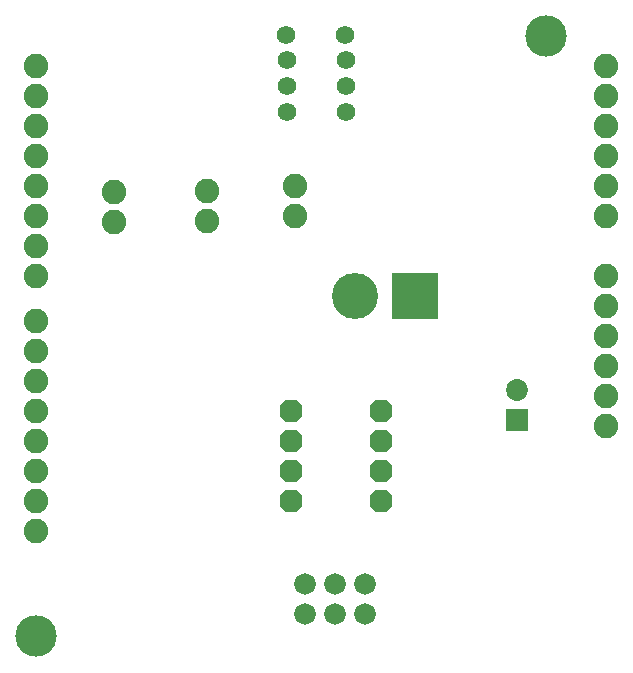
<source format=gbs>
G75*
G70*
%OFA0B0*%
%FSLAX24Y24*%
%IPPOS*%
%LPD*%
%AMOC8*
5,1,8,0,0,1.08239X$1,22.5*
%
%ADD10C,0.0820*%
%ADD11C,0.1380*%
%ADD12OC8,0.0760*%
%ADD13R,0.0730X0.0730*%
%ADD14C,0.0730*%
%ADD15C,0.0620*%
%ADD16C,0.1537*%
%ADD17R,0.1537X0.1537*%
%ADD18C,0.0720*%
D10*
X001509Y012260D03*
X001509Y013260D03*
X001509Y014260D03*
X001509Y015260D03*
X001509Y016260D03*
X001509Y017260D03*
X001509Y018260D03*
X001509Y019260D03*
X001509Y020760D03*
X001509Y021760D03*
X001509Y022760D03*
X001509Y023760D03*
X001509Y024760D03*
X001509Y025760D03*
X001509Y026760D03*
X001509Y027760D03*
X004104Y023571D03*
X004104Y022571D03*
X007200Y022618D03*
X007200Y023618D03*
X010138Y023785D03*
X010138Y022785D03*
X020509Y022760D03*
X020509Y023760D03*
X020509Y024760D03*
X020509Y025760D03*
X020509Y026760D03*
X020509Y027760D03*
X020509Y020760D03*
X020509Y019760D03*
X020509Y018760D03*
X020509Y017760D03*
X020509Y016760D03*
X020509Y015760D03*
D11*
X001509Y008760D03*
X018509Y028760D03*
D12*
X013009Y016274D03*
X013009Y015274D03*
X013009Y014274D03*
X013009Y013274D03*
X010009Y013274D03*
X010009Y014274D03*
X010009Y015274D03*
X010009Y016274D03*
D13*
X017548Y015964D03*
D14*
X017548Y016964D03*
D15*
X011851Y026248D03*
X011847Y027111D03*
X011843Y027952D03*
X011824Y028793D03*
X009856Y028793D03*
X009874Y027952D03*
X009879Y027111D03*
X009883Y026248D03*
D16*
X012155Y020093D03*
D17*
X014155Y020093D03*
D18*
X012496Y010488D03*
X012496Y009488D03*
X011496Y009488D03*
X011496Y010488D03*
X010496Y010488D03*
X010496Y009488D03*
M02*

</source>
